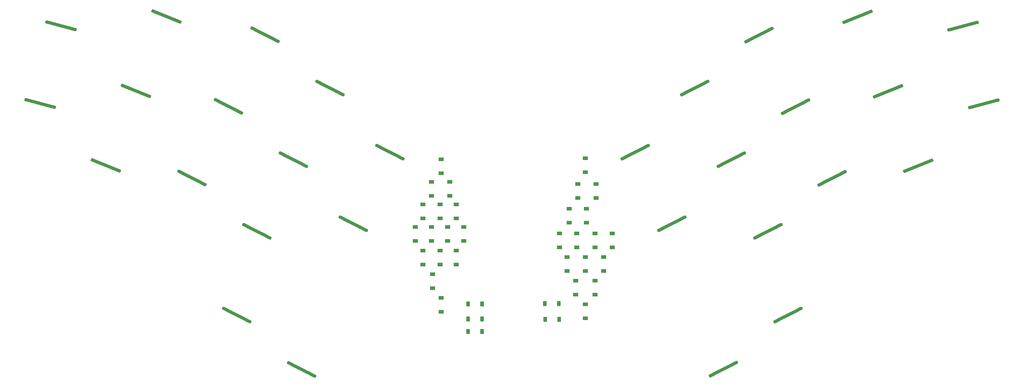
<source format=gbr>
%TF.GenerationSoftware,KiCad,Pcbnew,7.0.2*%
%TF.CreationDate,2024-03-27T11:13:33+01:00*%
%TF.ProjectId,Asfoora,4173666f-6f72-4612-9e6b-696361645f70,rev?*%
%TF.SameCoordinates,Original*%
%TF.FileFunction,Paste,Top*%
%TF.FilePolarity,Positive*%
%FSLAX46Y46*%
G04 Gerber Fmt 4.6, Leading zero omitted, Abs format (unit mm)*
G04 Created by KiCad (PCBNEW 7.0.2) date 2024-03-27 11:13:33*
%MOMM*%
%LPD*%
G01*
G04 APERTURE LIST*
G04 Aperture macros list*
%AMRoundRect*
0 Rectangle with rounded corners*
0 $1 Rounding radius*
0 $2 $3 $4 $5 $6 $7 $8 $9 X,Y pos of 4 corners*
0 Add a 4 corners polygon primitive as box body*
4,1,4,$2,$3,$4,$5,$6,$7,$8,$9,$2,$3,0*
0 Add four circle primitives for the rounded corners*
1,1,$1+$1,$2,$3*
1,1,$1+$1,$4,$5*
1,1,$1+$1,$6,$7*
1,1,$1+$1,$8,$9*
0 Add four rect primitives between the rounded corners*
20,1,$1+$1,$2,$3,$4,$5,0*
20,1,$1+$1,$4,$5,$6,$7,0*
20,1,$1+$1,$6,$7,$8,$9,0*
20,1,$1+$1,$8,$9,$2,$3,0*%
G04 Aperture macros list end*
%ADD10RoundRect,0.225000X-0.225000X-0.375000X0.225000X-0.375000X0.225000X0.375000X-0.225000X0.375000X0*%
%ADD11RoundRect,0.225000X0.225000X0.375000X-0.225000X0.375000X-0.225000X-0.375000X0.225000X-0.375000X0*%
%ADD12RoundRect,0.189673X-3.546058X0.753800X3.447877X-1.120219X3.546058X-0.753800X-3.447877X1.120219X0*%
%ADD13RoundRect,0.189673X-3.139626X-1.812593X3.311844X1.474595X3.139626X1.812593X-3.311844X-1.474595X0*%
%ADD14R,1.200000X0.900000*%
%ADD15RoundRect,0.189673X-3.311844X1.474595X3.139626X-1.812593X3.311844X-1.474595X-3.139626X1.812593X0*%
%ADD16RoundRect,0.189673X-3.285656X-1.532059X3.427761X1.180338X3.285656X1.532059X-3.427761X-1.180338X0*%
%ADD17RoundRect,0.189673X-3.447877X-1.120219X3.546058X0.753800X3.447877X1.120219X-3.546058X-0.753800X0*%
%ADD18RoundRect,0.189673X-3.427761X1.180338X3.285656X-1.532059X3.427761X-1.180338X-3.285656X1.532059X0*%
G04 APERTURE END LIST*
D10*
%TO.C,D35*%
X160598000Y-114740000D03*
X163898000Y-114740000D03*
%TD*%
%TO.C,D34*%
X160648000Y-118440000D03*
X163948000Y-118440000D03*
%TD*%
D11*
%TO.C,D33*%
X145748000Y-121390000D03*
X142448000Y-121390000D03*
%TD*%
%TO.C,D19*%
X145748000Y-118390000D03*
X142448000Y-118390000D03*
%TD*%
%TO.C,D15*%
X145748000Y-114840000D03*
X142448000Y-114840000D03*
%TD*%
D12*
%TO.C,SW11*%
X41478121Y-67411469D03*
%TD*%
D13*
%TO.C,SW24*%
X218027667Y-117430084D03*
%TD*%
D14*
%TO.C,D27*%
X170180000Y-103760000D03*
X170180000Y-107060000D03*
%TD*%
%TO.C,D16*%
X136144000Y-113412000D03*
X136144000Y-116712000D03*
%TD*%
D13*
%TO.C,SW20*%
X202754998Y-130288185D03*
%TD*%
D14*
%TO.C,D7*%
X133858000Y-96648000D03*
X133858000Y-99948000D03*
%TD*%
%TO.C,D2*%
X133858000Y-85980000D03*
X133858000Y-89280000D03*
%TD*%
%TO.C,D29*%
X164084000Y-98172000D03*
X164084000Y-101472000D03*
%TD*%
D13*
%TO.C,SW22*%
X204646338Y-80742362D03*
%TD*%
D14*
%TO.C,D21*%
X168402000Y-86488000D03*
X168402000Y-89788000D03*
%TD*%
%TO.C,D20*%
X176530000Y-98172000D03*
X176530000Y-101472000D03*
%TD*%
D15*
%TO.C,SW5*%
X94538144Y-51157443D03*
%TD*%
D14*
%TO.C,D23*%
X172466000Y-98172000D03*
X172466000Y-101472000D03*
%TD*%
D15*
%TO.C,SW8*%
X109886261Y-63822064D03*
%TD*%
D14*
%TO.C,D13*%
X141478000Y-96648000D03*
X141478000Y-99948000D03*
%TD*%
D16*
%TO.C,SW30*%
X241582774Y-64532483D03*
%TD*%
D15*
%TO.C,SW19*%
X103151781Y-130297011D03*
%TD*%
D14*
%TO.C,D3*%
X131826000Y-91314000D03*
X131826000Y-94614000D03*
%TD*%
D13*
%TO.C,SW25*%
X211157674Y-51227707D03*
%TD*%
D15*
%TO.C,SW6*%
X85912325Y-68086567D03*
%TD*%
%TO.C,SW10*%
X92634622Y-97680312D03*
%TD*%
D14*
%TO.C,D24*%
X174498000Y-103760000D03*
X174498000Y-107060000D03*
%TD*%
%TO.C,D9*%
X139700000Y-91314000D03*
X139700000Y-94614000D03*
%TD*%
%TO.C,D18*%
X172720000Y-86488000D03*
X172720000Y-89788000D03*
%TD*%
D17*
%TO.C,SW32*%
X264218864Y-67485934D03*
%TD*%
D13*
%TO.C,SW27*%
X228409313Y-85085955D03*
%TD*%
D14*
%TO.C,D5*%
X138176000Y-85980000D03*
X138176000Y-89280000D03*
%TD*%
%TO.C,D6*%
X135890000Y-91314000D03*
X135890000Y-94614000D03*
%TD*%
D18*
%TO.C,SW14*%
X56996222Y-82077169D03*
%TD*%
%TO.C,SW2*%
X71231272Y-46844182D03*
%TD*%
D15*
%TO.C,SW15*%
X87879112Y-117438910D03*
%TD*%
D14*
%TO.C,D12*%
X134112000Y-107824000D03*
X134112000Y-111124000D03*
%TD*%
%TO.C,D30*%
X165862000Y-103760000D03*
X165862000Y-107060000D03*
%TD*%
%TO.C,D4*%
X130048000Y-96648000D03*
X130048000Y-99948000D03*
%TD*%
%TO.C,D8*%
X131826000Y-102236000D03*
X131826000Y-105536000D03*
%TD*%
%TO.C,D1*%
X136144000Y-80646000D03*
X136144000Y-83946000D03*
%TD*%
D13*
%TO.C,SW18*%
X190530124Y-95832743D03*
%TD*%
D14*
%TO.C,D14*%
X139700000Y-102236000D03*
X139700000Y-105536000D03*
%TD*%
D12*
%TO.C,SW4*%
X46388168Y-49041080D03*
%TD*%
D15*
%TO.C,SW7*%
X77286506Y-85015690D03*
%TD*%
D16*
%TO.C,SW29*%
X234465249Y-46915989D03*
%TD*%
D15*
%TO.C,SW9*%
X101260441Y-80751188D03*
%TD*%
%TO.C,SW12*%
X124002475Y-78912445D03*
%TD*%
D14*
%TO.C,D17*%
X170180000Y-80392000D03*
X170180000Y-83692000D03*
%TD*%
%TO.C,D10*%
X137668000Y-96648000D03*
X137668000Y-99948000D03*
%TD*%
%TO.C,D31*%
X167894000Y-109348000D03*
X167894000Y-112648000D03*
%TD*%
%TO.C,D11*%
X135890000Y-102236000D03*
X135890000Y-105536000D03*
%TD*%
%TO.C,D32*%
X170180000Y-114936000D03*
X170180000Y-118236000D03*
%TD*%
%TO.C,D22*%
X170434000Y-92330000D03*
X170434000Y-95630000D03*
%TD*%
%TO.C,D26*%
X168148000Y-98172000D03*
X168148000Y-101472000D03*
%TD*%
D13*
%TO.C,SW17*%
X181904304Y-78903619D03*
%TD*%
%TO.C,SW21*%
X196020518Y-63813238D03*
%TD*%
D14*
%TO.C,D25*%
X166370000Y-92330000D03*
X166370000Y-95630000D03*
%TD*%
D17*
%TO.C,SW31*%
X259295041Y-49130058D03*
%TD*%
D13*
%TO.C,SW26*%
X219783493Y-68156831D03*
%TD*%
D16*
%TO.C,SW28*%
X248700299Y-82148976D03*
%TD*%
D18*
%TO.C,SW3*%
X64114037Y-64461082D03*
%TD*%
D13*
%TO.C,SW23*%
X213272157Y-97671486D03*
%TD*%
D15*
%TO.C,SW13*%
X115376655Y-95841569D03*
%TD*%
D14*
%TO.C,D28*%
X172466000Y-109348000D03*
X172466000Y-112648000D03*
%TD*%
M02*

</source>
